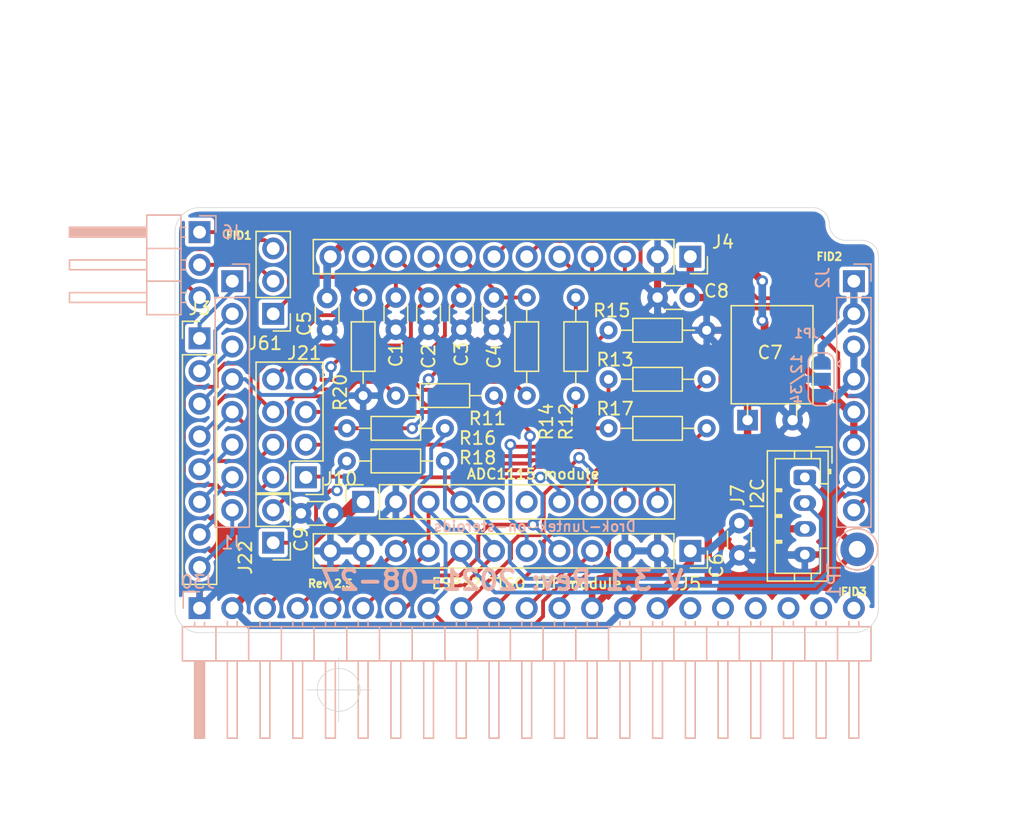
<source format=kicad_pcb>
(kicad_pcb (version 20171130) (host pcbnew "(5.1.10)-1")
  (title_block (title Drok/Juntek-on-steroids) (date 2021-08-24) (rev 2.5))
  (layers (0 F.Cu signal) (31 B.Cu signal) (34 B.Paste user hide) (35 F.Paste user hide) (36 B.SilkS user) (37 F.SilkS user) (38 B.Mask user) (39 F.Mask user) (44 Edge.Cuts user hide))
  (net 0 "")
  (net 1 VCC)
  (net 2 /GPIO27)
  (net 3 /SDA)
  (net 4 /SCL)
  (net 5 /GPIO13)
  (net 6 /ADC0)
  (net 7 /ADC1)
  (net 8 /ADC2)
  (net 9 /ADC3)
  (net 10 /GPIO32)
  (net 11 /GPIO25)
  (net 12 /GPIO26)
  (net 13 /GPIO17)
  (net 14 /A3)
  (net 15 /A2)
  (net 16 /A1)
  (net 17 /A0)
  (net 18 /J1.8)
  (net 19 /J1.3)
  (net 20 /J1.2)
  (net 21 /J1.6)
  (net 22 /+3V3)
  (net 23 /GPIO12)
  (net 24 /J1.1)
  (net 25 /J1.5)
  (net 26 /J1.4)
  (net 27 /J6.2)
  (net 28 /J1.7)
  (net 29 /J6.3)
  (net 30 /FanPWM)
  (net 31 "Net-(J21-Pad7)")
  (net 32 /J6.1)
  (net 33 "Net-(J21-Pad5)")
  (net 34 "Net-(J21-Pad8)")
  (net 35 "Net-(J22-Pad2)")
  (net 36 "Net-(J22-Pad1)")
  (net 37 GND)
  (net 38 /GPIO15)
  (net 39 /GPIO33)
  (net 40 /GNDD)
  (net 41 /GNDA)
  (module Capacitor_THT:CP_Radial_D8.0mm_P3.50mm (layer F.Cu) (at 143.51 76.2)
    (fp_text reference C7 (at 1.75 -5.25) (layer F.SilkS))
    (fp_text value 470µ)
    (pad 2 thru_hole circle (at 3.5 0) (size 1.6 1.6) (drill 0.8) (layers *.Cu *.Mask) (net 37 GND))
    (pad 1 thru_hole rect (at 0 0) (size 1.6 1.6) (drill 0.8) (layers *.Cu *.Mask) (net 1 VCC))
  )
  (module Connector_PinHeader_2.54mm:PinHeader_1x08_P2.54mm_Vertical (layer F.Cu) (at 100.965 69.85)
    (fp_text reference J3 (at 0 -2.33) (layer F.SilkS))
    (fp_text value "Patch / Test points")
    (pad 8 thru_hole oval (at 0 17.78) (size 1.7 1.7) (drill 1) (layers *.Cu *.Mask) (net 18 /J1.8))
    (pad 7 thru_hole oval (at 0 15.24) (size 1.7 1.7) (drill 1) (layers *.Cu *.Mask) (net 28 /J1.7))
    (pad 6 thru_hole oval (at 0 12.7) (size 1.7 1.7) (drill 1) (layers *.Cu *.Mask) (net 21 /J1.6))
    (pad 5 thru_hole oval (at 0 10.16) (size 1.7 1.7) (drill 1) (layers *.Cu *.Mask) (net 25 /J1.5))
    (pad 4 thru_hole oval (at 0 7.62) (size 1.7 1.7) (drill 1) (layers *.Cu *.Mask) (net 26 /J1.4))
    (pad 3 thru_hole oval (at 0 5.08) (size 1.7 1.7) (drill 1) (layers *.Cu *.Mask) (net 19 /J1.3))
    (pad 2 thru_hole oval (at 0 2.54) (size 1.7 1.7) (drill 1) (layers *.Cu *.Mask) (net 20 /J1.2))
    (pad 1 thru_hole rect (at 0 0) (size 1.7 1.7) (drill 1) (layers *.Cu *.Mask) (net 24 /J1.1))
  )
  (module Connector_Pin:Pin_D1.3mm_L11.0mm (layer B.Cu) (at 152.019 86.233)
    (fp_text reference TP1 (at -1.778 2.413 90) (layer B.SilkS) (effects (justify mirror)))
    (fp_text value TestPoint_GND)
    (pad 1 thru_hole circle (at 0 0) (size 2.6 2.6) (drill 1.3) (layers *.Cu *.Mask) (net 37 GND))
  )
  (module Capacitor_THT:C_Disc_D3.0mm_W1.6mm_P2.50mm (layer F.Cu) (at 108.839 83.439)
    (fp_text reference C9 (at 0 2.032 90) (layer F.SilkS))
    (fp_text value 0.1µ)
    (pad 2 thru_hole circle (at 2.5 0) (size 1.6 1.6) (drill 0.8) (layers *.Cu *.Mask) (net 22 /+3V3))
    (pad 1 thru_hole circle (at 0 0) (size 1.6 1.6) (drill 0.8) (layers *.Cu *.Mask) (net 37 GND))
  )
  (module Resistor_THT:R_Axial_DIN0204_L3.6mm_D1.6mm_P7.62mm_Horizontal (layer F.Cu) (at 112.395 76.835)
    (fp_text reference R16 (at 10.16 0.762) (layer F.SilkS))
    (fp_text value 1k/zero)
    (pad 2 thru_hole oval (at 7.62 0) (size 1.4 1.4) (drill 0.7) (layers *.Cu *.Mask) (net 23 /GPIO12))
    (pad 1 thru_hole circle (at 0 0) (size 1.4 1.4) (drill 0.7) (layers *.Cu *.Mask) (net 35 "Net-(J22-Pad2)"))
  )
  (module Fiducial:Fiducial_0.5mm_Mask1mm (layer F.Cu) (at 151.765 63.5)
    (fp_text reference FID2 (at -1.905 0) (layer F.SilkS) (effects (font (size 0.6 0.6))))
    (fp_text value Fiducial)
    (pad "" smd circle (at 0 0) (size 0.5 0.5) (layers F.Cu F.Mask) (clearance 0.25))
  )
  (module Connector_PinHeader_2.54mm:PinHeader_1x03_P2.54mm_Vertical (layer F.Cu) (at 106.68 67.945 180)
    (fp_text reference J61 (at 0.635 -2.286) (layer F.SilkS))
    (fp_text value patch)
    (pad 3 thru_hole oval (at 0 5.08 180) (size 1.7 1.7) (drill 1) (layers *.Cu *.Mask) (net 29 /J6.3))
    (pad 2 thru_hole oval (at 0 2.54 180) (size 1.7 1.7) (drill 1) (layers *.Cu *.Mask) (net 27 /J6.2))
    (pad 1 thru_hole rect (at 0 0 180) (size 1.7 1.7) (drill 1) (layers *.Cu *.Mask) (net 32 /J6.1))
  )
  (module Connector_PinHeader_2.54mm:PinHeader_1x02_P2.54mm_Vertical (layer F.Cu) (at 106.68 85.725 180)
    (fp_text reference J22 (at 2.159 -1.143 90) (layer F.SilkS))
    (fp_text value patch)
    (pad 2 thru_hole oval (at 0 2.54 180) (size 1.7 1.7) (drill 1) (layers *.Cu *.Mask) (net 35 "Net-(J22-Pad2)"))
    (pad 1 thru_hole rect (at 0 0 180) (size 1.7 1.7) (drill 1) (layers *.Cu *.Mask) (net 36 "Net-(J22-Pad1)"))
  )
  (module Connector_PinHeader_2.54mm:PinHeader_2x04_P2.54mm_Vertical (layer F.Cu) (at 109.22 80.645 180)
    (fp_text reference J21 (at 0.127 9.652) (layer F.SilkS))
    (fp_text value patch)
    (pad 8 thru_hole oval (at 2.54 7.62 180) (size 1.7 1.7) (drill 1) (layers *.Cu *.Mask) (net 34 "Net-(J21-Pad8)"))
    (pad 7 thru_hole oval (at 0 7.62 180) (size 1.7 1.7) (drill 1) (layers *.Cu *.Mask) (net 31 "Net-(J21-Pad7)"))
    (pad 6 thru_hole oval (at 2.54 5.08 180) (size 1.7 1.7) (drill 1) (layers *.Cu *.Mask) (net 8 /ADC2))
    (pad 5 thru_hole oval (at 0 5.08 180) (size 1.7 1.7) (drill 1) (layers *.Cu *.Mask) (net 33 "Net-(J21-Pad5)"))
    (pad 4 thru_hole oval (at 2.54 2.54 180) (size 1.7 1.7) (drill 1) (layers *.Cu *.Mask) (net 7 /ADC1))
    (pad 3 thru_hole oval (at 0 2.54 180) (size 1.7 1.7) (drill 1) (layers *.Cu *.Mask) (net 16 /A1))
    (pad 2 thru_hole oval (at 2.54 0 180) (size 1.7 1.7) (drill 1) (layers *.Cu *.Mask) (net 6 /ADC0))
    (pad 1 thru_hole rect (at 0 0 180) (size 1.7 1.7) (drill 1) (layers *.Cu *.Mask) (net 17 /A0))
  )
  (module Connector_JST:JST_PH_B4B-PH-K_1x04_P2.00mm_Vertical (layer F.Cu) (at 147.955 80.645 270)
    (fp_text reference J7 (at 1.397 5.207 90) (layer F.SilkS))
    (fp_text value I2C)
    (pad 4 thru_hole oval (at 6 0 270) (size 1.2 1.75) (drill 0.75) (layers *.Cu *.Mask) (net 37 GND))
    (pad 3 thru_hole oval (at 4 0 270) (size 1.2 1.75) (drill 0.75) (layers *.Cu *.Mask) (net 22 /+3V3))
    (pad 2 thru_hole oval (at 2 0 270) (size 1.2 1.75) (drill 0.75) (layers *.Cu *.Mask) (net 3 /SDA))
    (pad 1 thru_hole roundrect (at 0 0 270) (size 1.2 1.75) (drill 0.75) (layers *.Cu *.Mask) (roundrect_rratio 0.2083325) (net 4 /SCL))
  )
  (module Connector_PinSocket_2.54mm:PinSocket_1x10_P2.54mm_Vertical (layer F.Cu) (at 113.665 82.55 90)
    (fp_text reference J10 (at 1.778 -1.778 180) (layer F.SilkS))
    (fp_text value ADS1115)
    (pad 10 thru_hole oval (at 0 22.86 90) (size 1.7 1.7) (drill 1) (layers *.Cu *.Mask) (net 14 /A3))
    (pad 9 thru_hole oval (at 0 20.32 90) (size 1.7 1.7) (drill 1) (layers *.Cu *.Mask) (net 15 /A2))
    (pad 8 thru_hole oval (at 0 17.78 90) (size 1.7 1.7) (drill 1) (layers *.Cu *.Mask) (net 16 /A1))
    (pad 7 thru_hole oval (at 0 15.24 90) (size 1.7 1.7) (drill 1) (layers *.Cu *.Mask) (net 17 /A0))
    (pad 6 thru_hole oval (at 0 12.7 90) (size 1.7 1.7) (drill 1) (layers *.Cu *.Mask))
    (pad 5 thru_hole oval (at 0 10.16 90) (size 1.7 1.7) (drill 1) (layers *.Cu *.Mask))
    (pad 4 thru_hole oval (at 0 7.62 90) (size 1.7 1.7) (drill 1) (layers *.Cu *.Mask) (net 3 /SDA))
    (pad 3 thru_hole oval (at 0 5.08 90) (size 1.7 1.7) (drill 1) (layers *.Cu *.Mask) (net 4 /SCL))
    (pad 2 thru_hole oval (at 0 2.54 90) (size 1.7 1.7) (drill 1) (layers *.Cu *.Mask) (net 37 GND))
    (pad 1 thru_hole rect (at 0 0 90) (size 1.7 1.7) (drill 1) (layers *.Cu *.Mask) (net 22 /+3V3))
  )
  (module Resistor_THT:R_Axial_DIN0204_L3.6mm_D1.6mm_P7.62mm_Horizontal (layer F.Cu) (at 132.715 73.025)
    (fp_text reference R13 (at 0.508 -1.524) (layer F.SilkS))
    (fp_text value 1k/zero)
    (pad 2 thru_hole oval (at 7.62 0) (size 1.4 1.4) (drill 0.7) (layers *.Cu *.Mask) (net 15 /A2))
    (pad 1 thru_hole circle (at 0 0) (size 1.4 1.4) (drill 0.7) (layers *.Cu *.Mask) (net 33 "Net-(J21-Pad5)"))
  )
  (module Jumper:SolderJumper-3_P1.3mm_Open_RoundedPad1.0x1.5mm (layer B.Cu) (at 149.225 73.025 270)
    (fp_text reference JP1 (at -3.556 1.143 180) (layer B.SilkS) (effects (font (size 0.7 0.7)) (justify mirror)))
    (fp_text value GND/D)
    (pad 2 smd rect (at 0 0 270) (size 1 1.5) (layers B.Cu B.Mask) (net 37 GND))
    (pad 3 smd custom (at 1.3 0 270) (size 1 0.5) (layers B.Cu B.Mask) (net 40 /GNDD) (options (clearance outline) (anchor rect)) (primitives (gr_circle (center 0 -0.25) (end 0.5 -0.25) (width 0)) (gr_circle (center 0 0.25) (end 0.5 0.25) (width 0)) (gr_poly (pts (xy -0.55 0.75) (xy 0 0.75) (xy 0 -0.75) (xy -0.55 -0.75)) (width 0))))
    (pad 1 smd custom (at -1.3 0 270) (size 1 0.5) (layers B.Cu B.Mask) (net 41 /GNDA) (options (clearance outline) (anchor rect)) (primitives (gr_circle (center 0 -0.25) (end 0.5 -0.25) (width 0)) (gr_circle (center 0 0.25) (end 0.5 0.25) (width 0)) (gr_poly (pts (xy 0.55 0.75) (xy 0 0.75) (xy 0 -0.75) (xy 0.55 -0.75)) (width 0))))
  )
  (module Capacitor_THT:C_Disc_D3.0mm_W1.6mm_P2.50mm (layer F.Cu) (at 142.875 86.701 90)
    (fp_text reference C6 (at -0.802 -1.778 90) (layer F.SilkS))
    (fp_text value 0.1µ)
    (pad 2 thru_hole circle (at 2.5 0 90) (size 1.6 1.6) (drill 0.8) (layers *.Cu *.Mask) (net 22 /+3V3))
    (pad 1 thru_hole circle (at 0 0 90) (size 1.6 1.6) (drill 0.8) (layers *.Cu *.Mask) (net 37 GND))
  )
  (module Capacitor_THT:C_Disc_D3.0mm_W1.6mm_P2.50mm (layer F.Cu) (at 110.871 69.215 90)
    (fp_text reference C5 (at 0.508 -1.778 90) (layer F.SilkS))
    (fp_text value 0.1µ)
    (pad 2 thru_hole circle (at 2.5 0 90) (size 1.6 1.6) (drill 0.8) (layers *.Cu *.Mask) (net 22 /+3V3))
    (pad 1 thru_hole circle (at 0 0 90) (size 1.6 1.6) (drill 0.8) (layers *.Cu *.Mask) (net 37 GND))
  )
  (module Connector_PinHeader_2.54mm:PinHeader_1x21_P2.54mm_Horizontal (layer B.Cu) (at 100.965 90.805 270)
    (fp_text reference J30 (at -2.032 0.127 180) (layer B.SilkS) (effects (justify mirror)))
    (fp_text value Expansion1)
    (pad 21 thru_hole oval (at 0 -50.8 270) (size 1.7 1.7) (drill 1) (layers *.Cu *.Mask) (net 37 GND))
    (pad 20 thru_hole oval (at 0 -48.26 270) (size 1.7 1.7) (drill 1) (layers *.Cu *.Mask))
    (pad 19 thru_hole oval (at 0 -45.72 270) (size 1.7 1.7) (drill 1) (layers *.Cu *.Mask))
    (pad 18 thru_hole oval (at 0 -43.18 270) (size 1.7 1.7) (drill 1) (layers *.Cu *.Mask))
    (pad 17 thru_hole oval (at 0 -40.64 270) (size 1.7 1.7) (drill 1) (layers *.Cu *.Mask))
    (pad 16 thru_hole oval (at 0 -38.1 270) (size 1.7 1.7) (drill 1) (layers *.Cu *.Mask))
    (pad 15 thru_hole oval (at 0 -35.56 270) (size 1.7 1.7) (drill 1) (layers *.Cu *.Mask) (net 1 VCC))
    (pad 14 thru_hole oval (at 0 -33.02 270) (size 1.7 1.7) (drill 1) (layers *.Cu *.Mask) (net 22 /+3V3))
    (pad 13 thru_hole oval (at 0 -30.48 270) (size 1.7 1.7) (drill 1) (layers *.Cu *.Mask) (net 37 GND))
    (pad 12 thru_hole oval (at 0 -27.94 270) (size 1.7 1.7) (drill 1) (layers *.Cu *.Mask) (net 39 /GPIO33))
    (pad 11 thru_hole oval (at 0 -25.4 270) (size 1.7 1.7) (drill 1) (layers *.Cu *.Mask) (net 2 /GPIO27))
    (pad 10 thru_hole oval (at 0 -22.86 270) (size 1.7 1.7) (drill 1) (layers *.Cu *.Mask) (net 12 /GPIO26))
    (pad 9 thru_hole oval (at 0 -20.32 270) (size 1.7 1.7) (drill 1) (layers *.Cu *.Mask) (net 11 /GPIO25))
    (pad 8 thru_hole oval (at 0 -17.78 270) (size 1.7 1.7) (drill 1) (layers *.Cu *.Mask) (net 23 /GPIO12))
    (pad 7 thru_hole oval (at 0 -15.24 270) (size 1.7 1.7) (drill 1) (layers *.Cu *.Mask) (net 30 /FanPWM))
    (pad 6 thru_hole oval (at 0 -12.7 270) (size 1.7 1.7) (drill 1) (layers *.Cu *.Mask) (net 5 /GPIO13))
    (pad 5 thru_hole oval (at 0 -10.16 270) (size 1.7 1.7) (drill 1) (layers *.Cu *.Mask) (net 13 /GPIO17))
    (pad 4 thru_hole oval (at 0 -7.62 270) (size 1.7 1.7) (drill 1) (layers *.Cu *.Mask) (net 4 /SCL))
    (pad 3 thru_hole oval (at 0 -5.08 270) (size 1.7 1.7) (drill 1) (layers *.Cu *.Mask) (net 3 /SDA))
    (pad 2 thru_hole oval (at 0 -2.54 270) (size 1.7 1.7) (drill 1) (layers *.Cu *.Mask) (net 22 /+3V3))
    (pad 1 thru_hole rect (at 0 0 270) (size 1.7 1.7) (drill 1) (layers *.Cu *.Mask) (net 37 GND))
  )
  (module Resistor_THT:R_Axial_DIN0204_L3.6mm_D1.6mm_P7.62mm_Horizontal (layer F.Cu) (at 113.665 66.675 270)
    (fp_text reference R20 (at 7.366 1.778 90) (layer F.SilkS))
    (fp_text value 100k/none)
    (pad 2 thru_hole oval (at 7.62 0 270) (size 1.4 1.4) (drill 0.7) (layers *.Cu *.Mask) (net 37 GND))
    (pad 1 thru_hole circle (at 0 0 270) (size 1.4 1.4) (drill 0.7) (layers *.Cu *.Mask) (net 32 /J6.1))
  )
  (module Resistor_THT:R_Axial_DIN0204_L3.6mm_D1.6mm_P7.62mm_Horizontal (layer F.Cu) (at 112.395 79.375)
    (fp_text reference R18 (at 10.16 -0.254) (layer F.SilkS))
    (fp_text value 1k/zero)
    (pad 2 thru_hole oval (at 7.62 0) (size 1.4 1.4) (drill 0.7) (layers *.Cu *.Mask) (net 30 /FanPWM))
    (pad 1 thru_hole circle (at 0 0) (size 1.4 1.4) (drill 0.7) (layers *.Cu *.Mask) (net 36 "Net-(J22-Pad1)"))
  )
  (module Resistor_THT:R_Axial_DIN0204_L3.6mm_D1.6mm_P7.62mm_Horizontal (layer F.Cu) (at 132.715 76.835)
    (fp_text reference R17 (at 0.508 -1.524) (layer F.SilkS))
    (fp_text value 1k/zero)
    (pad 2 thru_hole oval (at 7.62 0) (size 1.4 1.4) (drill 0.7) (layers *.Cu *.Mask) (net 14 /A3))
    (pad 1 thru_hole circle (at 0 0) (size 1.4 1.4) (drill 0.7) (layers *.Cu *.Mask) (net 31 "Net-(J21-Pad7)"))
  )
  (module Resistor_THT:R_Axial_DIN0204_L3.6mm_D1.6mm_P7.62mm_Horizontal (layer F.Cu) (at 132.715 69.215)
    (fp_text reference R15 (at 0.254 -1.524) (layer F.SilkS))
    (fp_text value 2k2/none)
    (pad 2 thru_hole oval (at 7.62 0) (size 1.4 1.4) (drill 0.7) (layers *.Cu *.Mask) (net 37 GND))
    (pad 1 thru_hole circle (at 0 0) (size 1.4 1.4) (drill 0.7) (layers *.Cu *.Mask) (net 35 "Net-(J22-Pad2)"))
  )
  (module Resistor_THT:R_Axial_DIN0204_L3.6mm_D1.6mm_P7.62mm_Horizontal (layer F.Cu) (at 130.175 74.295 90)
    (fp_text reference R12 (at -2.032 -0.762 90) (layer F.SilkS))
    (fp_text value 68k/zero)
    (pad 2 thru_hole oval (at 7.62 0 90) (size 1.4 1.4) (drill 0.7) (layers *.Cu *.Mask) (net 26 /J1.4))
    (pad 1 thru_hole circle (at 0 0 90) (size 1.4 1.4) (drill 0.7) (layers *.Cu *.Mask) (net 38 /GPIO15))
  )
  (module Resistor_THT:R_Axial_DIN0204_L3.6mm_D1.6mm_P7.62mm_Horizontal (layer F.Cu) (at 123.825 74.295 180)
    (fp_text reference R11 (at 0.508 -1.778) (layer F.SilkS))
    (fp_text value 68k/zero)
    (pad 2 thru_hole oval (at 7.62 0 180) (size 1.4 1.4) (drill 0.7) (layers *.Cu *.Mask) (net 25 /J1.5))
    (pad 1 thru_hole circle (at 0 0 180) (size 1.4 1.4) (drill 0.7) (layers *.Cu *.Mask) (net 5 /GPIO13))
  )
  (module Capacitor_THT:C_Disc_D3.0mm_W1.6mm_P2.50mm (layer F.Cu) (at 121.285 66.675 270)
    (fp_text reference C3 (at 4.405 0 90) (layer F.SilkS))
    (fp_text value 0.1µ)
    (pad 2 thru_hole circle (at 2.5 0 270) (size 1.6 1.6) (drill 0.8) (layers *.Cu *.Mask) (net 37 GND))
    (pad 1 thru_hole circle (at 0 0 270) (size 1.6 1.6) (drill 0.8) (layers *.Cu *.Mask) (net 8 /ADC2))
  )
  (module Capacitor_THT:C_Disc_D3.0mm_W1.6mm_P2.50mm (layer F.Cu) (at 118.745 66.675 270)
    (fp_text reference C2 (at 4.572 0 90) (layer F.SilkS))
    (fp_text value 0.1µ)
    (pad 2 thru_hole circle (at 2.5 0 270) (size 1.6 1.6) (drill 0.8) (layers *.Cu *.Mask) (net 37 GND))
    (pad 1 thru_hole circle (at 0 0 270) (size 1.6 1.6) (drill 0.8) (layers *.Cu *.Mask) (net 7 /ADC1))
  )
  (module Capacitor_THT:C_Disc_D3.0mm_W1.6mm_P2.50mm (layer F.Cu) (at 116.205 66.675 270)
    (fp_text reference C1 (at 4.445 0 90) (layer F.SilkS))
    (fp_text value 0.1µ)
    (pad 2 thru_hole circle (at 2.5 0 270) (size 1.6 1.6) (drill 0.8) (layers *.Cu *.Mask) (net 37 GND))
    (pad 1 thru_hole circle (at 0 0 270) (size 1.6 1.6) (drill 0.8) (layers *.Cu *.Mask) (net 6 /ADC0))
  )
  (module Resistor_THT:R_Axial_DIN0204_L3.6mm_D1.6mm_P7.62mm_Horizontal (layer F.Cu) (at 126.365 66.675 270)
    (fp_text reference R14 (at 9.652 -1.524 90) (layer F.SilkS))
    (fp_text value 1k/zero)
    (pad 2 thru_hole oval (at 7.62 0 270) (size 1.4 1.4) (drill 0.7) (layers *.Cu *.Mask) (net 34 "Net-(J21-Pad8)"))
    (pad 1 thru_hole circle (at 0 0 270) (size 1.4 1.4) (drill 0.7) (layers *.Cu *.Mask) (net 9 /ADC3))
  )
  (module Connector_PinHeader_2.54mm:PinHeader_1x03_P2.54mm_Horizontal (layer B.Cu) (at 100.965 61.595 180)
    (fp_text reference J6 (at -2.54 0 180) (layer B.SilkS) (effects (justify mirror)))
    (fp_text value feedback)
    (pad 3 thru_hole oval (at 0 -5.08 180) (size 1.7 1.7) (drill 1) (layers *.Cu *.Mask) (net 29 /J6.3))
    (pad 2 thru_hole oval (at 0 -2.54 180) (size 1.7 1.7) (drill 1) (layers *.Cu *.Mask) (net 27 /J6.2))
    (pad 1 thru_hole rect (at 0 0 180) (size 1.7 1.7) (drill 1) (layers *.Cu *.Mask) (net 32 /J6.1))
  )
  (module Capacitor_THT:C_Disc_D3.0mm_W1.6mm_P2.50mm (layer F.Cu) (at 139.025 66.675 180)
    (fp_text reference C8 (at -2.072 0.508) (layer F.SilkS))
    (fp_text value 0.1µ)
    (pad 2 thru_hole circle (at 2.5 0 180) (size 1.6 1.6) (drill 0.8) (layers *.Cu *.Mask) (net 37 GND))
    (pad 1 thru_hole circle (at 0 0 180) (size 1.6 1.6) (drill 0.8) (layers *.Cu *.Mask) (net 1 VCC))
  )
  (module Capacitor_THT:C_Disc_D3.0mm_W1.6mm_P2.50mm (layer F.Cu) (at 123.825 66.675 270)
    (fp_text reference C4 (at 4.572 0 90) (layer F.SilkS))
    (fp_text value 0.1µ)
    (pad 2 thru_hole circle (at 2.5 0 270) (size 1.6 1.6) (drill 0.8) (layers *.Cu *.Mask) (net 37 GND))
    (pad 1 thru_hole circle (at 0 0 270) (size 1.6 1.6) (drill 0.8) (layers *.Cu *.Mask) (net 9 /ADC3))
  )
  (module Fiducial:Fiducial_0.5mm_Mask1mm (layer F.Cu) (at 151.765 88.265)
    (fp_text reference FID3 (at 0 1.27) (layer F.SilkS) (effects (font (size 0.6 0.6))))
    (fp_text value Fiducial)
    (pad "" smd circle (at 0 0) (size 0.5 0.5) (layers F.Cu F.Mask) (clearance 0.25))
  )
  (module Fiducial:Fiducial_0.5mm_Mask1mm (layer F.Cu) (at 103.505 62.865)
    (fp_text reference FID1 (at 0.508 -1.016) (layer F.SilkS) (effects (font (size 0.6 0.6))))
    (fp_text value Fiducial)
    (pad "" smd circle (at 0 0) (size 0.5 0.5) (layers F.Cu F.Mask) (clearance 0.25))
  )
  (module Connector_PinSocket_2.54mm:PinSocket_1x12_P2.54mm_Vertical (layer F.Cu) (at 139.065 86.36 270)
    (fp_text reference J5 (at 2.54 0 180) (layer F.SilkS))
    (fp_text value ESP32-TFT)
    (pad 12 thru_hole oval (at 0 27.94 270) (size 1.7 1.7) (drill 1) (layers *.Cu *.Mask) (net 37 GND))
    (pad 11 thru_hole oval (at 0 25.4 270) (size 1.7 1.7) (drill 1) (layers *.Cu *.Mask) (net 37 GND))
    (pad 10 thru_hole oval (at 0 22.86 270) (size 1.7 1.7) (drill 1) (layers *.Cu *.Mask) (net 3 /SDA))
    (pad 9 thru_hole oval (at 0 20.32 270) (size 1.7 1.7) (drill 1) (layers *.Cu *.Mask) (net 4 /SCL))
    (pad 8 thru_hole oval (at 0 17.78 270) (size 1.7 1.7) (drill 1) (layers *.Cu *.Mask) (net 13 /GPIO17))
    (pad 7 thru_hole oval (at 0 15.24 270) (size 1.7 1.7) (drill 1) (layers *.Cu *.Mask) (net 30 /FanPWM))
    (pad 6 thru_hole oval (at 0 12.7 270) (size 1.7 1.7) (drill 1) (layers *.Cu *.Mask) (net 38 /GPIO15))
    (pad 5 thru_hole oval (at 0 10.16 270) (size 1.7 1.7) (drill 1) (layers *.Cu *.Mask) (net 5 /GPIO13))
    (pad 4 thru_hole oval (at 0 7.62 270) (size 1.7 1.7) (drill 1) (layers *.Cu *.Mask) (net 23 /GPIO12))
    (pad 3 thru_hole oval (at 0 5.08 270) (size 1.7 1.7) (drill 1) (layers *.Cu *.Mask) (net 37 GND))
    (pad 2 thru_hole oval (at 0 2.54 270) (size 1.7 1.7) (drill 1) (layers *.Cu *.Mask) (net 37 GND))
    (pad 1 thru_hole rect (at 0 0 270) (size 1.7 1.7) (drill 1) (layers *.Cu *.Mask) (net 22 /+3V3))
  )
  (module Connector_PinSocket_2.54mm:PinSocket_1x12_P2.54mm_Vertical (layer F.Cu) (at 139.065 63.5 270)
    (fp_text reference J4 (at -1.143 -2.54 180) (layer F.SilkS))
    (fp_text value ESP32-TFT)
    (pad 12 thru_hole oval (at 0 27.94 270) (size 1.7 1.7) (drill 1) (layers *.Cu *.Mask) (net 22 /+3V3))
    (pad 11 thru_hole oval (at 0 25.4 270) (size 1.7 1.7) (drill 1) (layers *.Cu *.Mask) (net 6 /ADC0))
    (pad 10 thru_hole oval (at 0 22.86 270) (size 1.7 1.7) (drill 1) (layers *.Cu *.Mask) (net 7 /ADC1))
    (pad 9 thru_hole oval (at 0 20.32 270) (size 1.7 1.7) (drill 1) (layers *.Cu *.Mask) (net 8 /ADC2))
    (pad 8 thru_hole oval (at 0 17.78 270) (size 1.7 1.7) (drill 1) (layers *.Cu *.Mask) (net 9 /ADC3))
    (pad 7 thru_hole oval (at 0 15.24 270) (size 1.7 1.7) (drill 1) (layers *.Cu *.Mask) (net 10 /GPIO32))
    (pad 6 thru_hole oval (at 0 12.7 270) (size 1.7 1.7) (drill 1) (layers *.Cu *.Mask) (net 39 /GPIO33))
    (pad 5 thru_hole oval (at 0 10.16 270) (size 1.7 1.7) (drill 1) (layers *.Cu *.Mask) (net 11 /GPIO25))
    (pad 4 thru_hole oval (at 0 7.62 270) (size 1.7 1.7) (drill 1) (layers *.Cu *.Mask) (net 12 /GPIO26))
    (pad 3 thru_hole oval (at 0 5.08 270) (size 1.7 1.7) (drill 1) (layers *.Cu *.Mask) (net 2 /GPIO27))
    (pad 2 thru_hole oval (at 0 2.54 270) (size 1.7 1.7) (drill 1) (layers *.Cu *.Mask) (net 37 GND))
    (pad 1 thru_hole rect (at 0 0 270) (size 1.7 1.7) (drill 1) (layers *.Cu *.Mask) (net 1 VCC))
  )
  (module Connector_PinHeader_2.54mm:PinHeader_1x08_P2.54mm_Vertical (layer B.Cu) (at 151.765 65.405 180)
    (fp_text reference J2 (at 2.413 0.254 90) (layer B.SilkS) (effects (justify mirror)))
    (fp_text value "To PSU host board")
    (pad 8 thru_hole oval (at 0 -17.78 180) (size 1.7 1.7) (drill 1) (layers *.Cu *.Mask) (net 10 /GPIO32))
    (pad 7 thru_hole oval (at 0 -15.24 180) (size 1.7 1.7) (drill 1) (layers *.Cu *.Mask) (net 13 /GPIO17))
    (pad 6 thru_hole oval (at 0 -12.7 180) (size 1.7 1.7) (drill 1) (layers *.Cu *.Mask) (net 1 VCC))
    (pad 5 thru_hole oval (at 0 -10.16 180) (size 1.7 1.7) (drill 1) (layers *.Cu *.Mask) (net 1 VCC))
    (pad 4 thru_hole oval (at 0 -7.62 180) (size 1.7 1.7) (drill 1) (layers *.Cu *.Mask) (net 40 /GNDD))
    (pad 3 thru_hole oval (at 0 -5.08 180) (size 1.7 1.7) (drill 1) (layers *.Cu *.Mask) (net 40 /GNDD))
    (pad 2 thru_hole oval (at 0 -2.54 180) (size 1.7 1.7) (drill 1) (layers *.Cu *.Mask) (net 41 /GNDA))
    (pad 1 thru_hole rect (at 0 0 180) (size 1.7 1.7) (drill 1) (layers *.Cu *.Mask) (net 41 /GNDA))
  )
  (module Connector_PinHeader_2.54mm:PinHeader_1x08_P2.54mm_Vertical (layer B.Cu) (at 103.505 65.405 180)
    (fp_text reference J1 (at 0 -20.32) (layer B.SilkS) (effects (justify mirror)))
    (fp_text value "To PSU host board")
    (pad 8 thru_hole oval (at 0 -17.78 180) (size 1.7 1.7) (drill 1) (layers *.Cu *.Mask) (net 18 /J1.8))
    (pad 7 thru_hole oval (at 0 -15.24 180) (size 1.7 1.7) (drill 1) (layers *.Cu *.Mask) (net 28 /J1.7))
    (pad 6 thru_hole oval (at 0 -12.7 180) (size 1.7 1.7) (drill 1) (layers *.Cu *.Mask) (net 21 /J1.6))
    (pad 5 thru_hole oval (at 0 -10.16 180) (size 1.7 1.7) (drill 1) (layers *.Cu *.Mask) (net 25 /J1.5))
    (pad 4 thru_hole oval (at 0 -7.62 180) (size 1.7 1.7) (drill 1) (layers *.Cu *.Mask) (net 26 /J1.4))
    (pad 3 thru_hole oval (at 0 -5.08 180) (size 1.7 1.7) (drill 1) (layers *.Cu *.Mask) (net 19 /J1.3))
    (pad 2 thru_hole oval (at 0 -2.54 180) (size 1.7 1.7) (drill 1) (layers *.Cu *.Mask) (net 20 /J1.2))
    (pad 1 thru_hole rect (at 0 0 180) (size 1.7 1.7) (drill 1) (layers *.Cu *.Mask) (net 24 /J1.1))
  )
  (gr_text "V 3.1 Rev: 2021-08-27" (at 124.46 88.646) (layer B.SilkS) (effects (font (size 1.5 1.5) (thickness 0.3)) (justify mirror)))
  (target plus (at 111.76 97.155) (size 5) (width 0.05) (layer Edge.Cuts))
  (gr_text I2C (at 144.272 81.915 90) (layer F.SilkS) (effects (font (size 1 1))))
  (gr_text 12/34 (at 147.32 73.025 90) (layer B.SilkS) (effects (font (size 0.8 0.8)) (justify mirror)))
  (gr_line (start 151.13 62.23) (end 152.4 62.23) (layer Edge.Cuts) (width 0.05))
  (gr_text "ADC1115 module" (at 126.873 80.391) (layer F.SilkS) (effects (font (size 0.8 0.8))))
  (gr_arc (start 151.13 60.96) (end 149.86 60.96) (angle -90) (layer Edge.Cuts) (width 0.05))
  (gr_arc (start 152.4 63.5) (end 153.67 63.5) (angle -90) (layer Edge.Cuts) (width 0.05))
  (gr_arc (start 148.59 60.96) (end 149.86 60.96) (angle -90) (layer Edge.Cuts) (width 0.05))
  (gr_text "ESP32 TTGO TFT module" (at 126.365 88.9) (layer F.SilkS) (effects (font (size 0.8 0.8))))
  (gr_text Drok-Juntek-on-steroids (at 127 84.455) (layer B.SilkS) (effects (font (size 0.8 0.8)) (justify mirror)))
  (gr_text "Rev 2.5" (at 111.125 88.9) (layer F.SilkS) (effects (font (size 0.6 0.6))))
  (gr_arc (start 100.965 61.595) (end 100.965 59.69) (angle -90) (layer Edge.Cuts) (width 0.05))
  (gr_arc (start 100.965 90.805) (end 99.06 90.805) (angle -90) (layer Edge.Cuts) (width 0.05))
  (gr_arc (start 151.765 90.805) (end 151.765 92.71) (angle -90) (layer Edge.Cuts) (width 0.05))
  (gr_line (start 153.67 90.805) (end 153.67 63.5) (layer Edge.Cuts) (width 0.05))
  (gr_line (start 100.965 92.71) (end 151.765 92.71) (layer Edge.Cuts) (width 0.05))
  (gr_line (start 99.06 61.595) (end 99.06 90.805) (layer Edge.Cuts) (width 0.05))
  (gr_line (start 148.59 59.69) (end 100.965 59.69) (layer Edge.Cuts) (width 0.05))
  (segment (start 151.765 75.565) (end 151.765 78.105) (width 0.57) (layer F.Cu) (net 1))
  (segment (start 139.065 66.635) (end 139.025 66.675) (width 0.57) (layer F.Cu) (net 1))
  (segment (start 139.065 63.5) (end 139.065 66.635) (width 0.57) (layer F.Cu) (net 1))
  (segment (start 139.025 66.675) (end 141.605 66.675) (width 0.57) (layer F.Cu) (net 1))
  (segment (start 141.605 66.675) (end 142.875 67.945) (width 0.57) (layer F.Cu) (net 1))
  (segment (start 151.400402 75.565) (end 145.862006 70.026604) (width 0.57) (layer F.Cu) (net 1))
  (segment (start 145.862006 70.026604) (end 145.862006 67.932103) (width 0.57) (layer F.Cu) (net 1))
  (segment (start 151.765 75.565) (end 151.400402 75.565) (width 0.57) (layer F.Cu) (net 1))
  (segment (start 145.317915 67.388012) (end 143.431988 67.388012) (width 0.57) (layer F.Cu) (net 1))
  (segment (start 143.431988 67.388012) (end 142.875 67.945) (width 0.57) (layer F.Cu) (net 1))
  (segment (start 145.862006 67.932103) (end 145.317915 67.388012) (width 0.57) (layer F.Cu) (net 1))
  (segment (start 143.51 68.58) (end 143.51 76.2) (width 0.57) (layer F.Cu) (net 1))
  (segment (start 142.875 67.945) (end 143.51 68.58) (width 0.57) (layer F.Cu) (net 1))
  (segment (start 140.462 83.058) (end 143.51 80.01) (width 0.57) (layer F.Cu) (net 1))
  (segment (start 140.462 88.9) (end 140.462 83.058) (width 0.57) (layer F.Cu) (net 1))
  (segment (start 138.938 88.9) (end 140.462 88.9) (width 0.57) (layer F.Cu) (net 1))
  (segment (start 143.51 80.01) (end 143.51 76.2) (width 0.57) (layer F.Cu) (net 1))
  (segment (start 137.033 90.805) (end 138.938 88.9) (width 0.57) (layer F.Cu) (net 1))
  (segment (start 136.525 90.805) (end 137.033 90.805) (width 0.57) (layer F.Cu) (net 1))
  (segment (start 130.125001 87.044999) (end 130.125001 84.455) (width 0.3) (layer F.Cu) (net 2))
  (segment (start 133.985 67.183) (end 133.985 63.5) (width 0.3) (layer F.Cu) (net 2))
  (segment (start 131.572 84.455) (end 132.764999 83.262001) (width 0.3) (layer F.Cu) (net 2))
  (segment (start 132.764999 80.574821) (end 135.77501 77.56481) (width 0.3) (layer F.Cu) (net 2))
  (segment (start 126.365 90.805) (end 130.125001 87.044999) (width 0.3) (layer F.Cu) (net 2))
  (segment (start 135.77501 77.56481) (end 135.77501 68.97301) (width 0.3) (layer F.Cu) (net 2))
  (segment (start 130.125001 84.455) (end 131.572 84.455) (width 0.3) (layer F.Cu) (net 2))
  (segment (start 135.77501 68.97301) (end 133.985 67.183) (width 0.3) (layer F.Cu) (net 2))
  (segment (start 132.764999 83.262001) (end 132.764999 80.574821) (width 0.3) (layer F.Cu) (net 2))
  (segment (start 114.984999 87.580001) (end 116.205 86.36) (width 0.3) (layer F.Cu) (net 3))
  (segment (start 109.269999 87.580001) (end 114.984999 87.580001) (width 0.3) (layer F.Cu) (net 3))
  (segment (start 106.045 90.805) (end 109.269999 87.580001) (width 0.3) (layer F.Cu) (net 3))
  (segment (start 120.064999 81.329999) (end 121.285 82.55) (width 0.3) (layer F.Cu) (net 3))
  (segment (start 118.159399 81.329999) (end 120.064999 81.329999) (width 0.3) (layer F.Cu) (net 3))
  (segment (start 117.425001 82.064397) (end 118.159399 81.329999) (width 0.3) (layer F.Cu) (net 3))
  (segment (start 117.425001 85.139999) (end 117.425001 82.064397) (width 0.3) (layer F.Cu) (net 3))
  (segment (start 116.205 86.36) (end 117.425001 85.139999) (width 0.3) (layer F.Cu) (net 3))
  (segment (start 121.285 82.55) (end 121.820602 82.55) (width 0.3) (layer B.Cu) (net 3))
  (segment (start 148.516188 88.519) (end 149.20001 87.835178) (width 0.3) (layer B.Cu) (net 3))
  (segment (start 126.338406 88.519) (end 148.516188 88.519) (width 0.3) (layer B.Cu) (net 3))
  (segment (start 149.20001 87.835178) (end 149.20001 83.89001) (width 0.3) (layer B.Cu) (net 3))
  (segment (start 125.045001 87.225595) (end 126.338406 88.519) (width 0.3) (layer B.Cu) (net 3))
  (segment (start 125.045001 85.774399) (end 125.045001 87.225595) (width 0.3) (layer B.Cu) (net 3))
  (segment (start 121.820602 82.55) (end 125.045001 85.774399) (width 0.3) (layer B.Cu) (net 3))
  (segment (start 149.20001 83.89001) (end 147.955 82.645) (width 0.3) (layer B.Cu) (net 3))
  (segment (start 115.470209 88.544979) (end 116.028209 87.986979) (width 0.3) (layer F.Cu) (net 4))
  (segment (start 117.118021 87.986979) (end 118.745 86.36) (width 0.3) (layer F.Cu) (net 4))
  (segment (start 108.585 90.805) (end 110.845021 88.544979) (width 0.3) (layer F.Cu) (net 4))
  (segment (start 116.028209 87.986979) (end 117.118021 87.986979) (width 0.3) (layer F.Cu) (net 4))
  (segment (start 110.845021 88.544979) (end 115.470209 88.544979) (width 0.3) (layer F.Cu) (net 4))
  (segment (start 118.745 86.36) (end 118.745 82.55) (width 0.3) (layer F.Cu) (net 4))
  (segment (start 149.720989 88.049605) (end 149.720989 82.410989) (width 0.3) (layer B.Cu) (net 4))
  (segment (start 149.720989 82.410989) (end 147.955 80.645) (width 0.3) (layer B.Cu) (net 4))
  (segment (start 118.745 82.55) (end 118.745 83.185) (width 0.3) (layer B.Cu) (net 4))
  (segment (start 120.269 84.709) (end 121.439602 84.709) (width 0.3) (layer B.Cu) (net 4))
  (segment (start 121.439602 84.709) (end 122.505001 85.774399) (width 0.3) (layer B.Cu) (net 4))
  (segment (start 122.505001 85.774399) (end 122.505001 86.945001) (width 0.3) (layer B.Cu) (net 4))
  (segment (start 118.745 83.185) (end 120.269 84.709) (width 0.3) (layer B.Cu) (net 4))
  (segment (start 124.624988 89.064988) (end 148.705606 89.064988) (width 0.3) (layer B.Cu) (net 4))
  (segment (start 148.705606 89.064988) (end 149.720989 88.049605) (width 0.3) (layer B.Cu) (net 4))
  (segment (start 122.505001 86.945001) (end 124.624988 89.064988) (width 0.3) (layer B.Cu) (net 4))
  (segment (start 128.905 86.36) (end 128.905 86.487) (width 0.3) (layer F.Cu) (net 5))
  (segment (start 122.604999 86.845603) (end 122.604999 85.167001) (width 0.3) (layer F.Cu) (net 5))
  (segment (start 118.743992 88.265) (end 121.185602 88.265) (width 0.3) (layer F.Cu) (net 5))
  (segment (start 123.452021 84.319979) (end 126.851481 84.319979) (width 0.3) (layer F.Cu) (net 5))
  (segment (start 128.905 86.36) (end 126.864979 84.319979) (width 0.3) (layer B.Cu) (net 5))
  (segment (start 114.885001 89.584999) (end 117.423993 89.584999) (width 0.3) (layer F.Cu) (net 5))
  (segment (start 117.423993 89.584999) (end 118.743992 88.265) (width 0.3) (layer F.Cu) (net 5))
  (segment (start 113.665 90.805) (end 114.885001 89.584999) (width 0.3) (layer F.Cu) (net 5))
  (segment (start 126.864979 84.319979) (end 126.851481 84.319979) (width 0.3) (layer B.Cu) (net 5))
  (via (at 126.851481 84.319979) (size 0.9) (drill 0.5) (layers F.Cu B.Cu) (net 5))
  (segment (start 121.185602 88.265) (end 122.604999 86.845603) (width 0.3) (layer F.Cu) (net 5))
  (segment (start 122.604999 85.167001) (end 123.452021 84.319979) (width 0.3) (layer F.Cu) (net 5))
  (via (at 126.619 77.444955) (size 0.9) (drill 0.5) (layers F.Cu B.Cu) (net 5))
  (segment (start 123.825 74.295) (end 126.619 77.089) (width 0.3) (layer F.Cu) (net 5))
  (segment (start 126.851481 84.319979) (end 127.585001 83.586459) (width 0.3) (layer B.Cu) (net 5))
  (segment (start 127.585001 82.018318) (end 126.605283 81.0386) (width 0.3) (layer B.Cu) (net 5))
  (segment (start 126.619 77.089) (end 126.619 77.444955) (width 0.3) (layer F.Cu) (net 5))
  (segment (start 126.605283 81.0386) (end 126.605283 77.458672) (width 0.3) (layer B.Cu) (net 5))
  (segment (start 126.605283 77.458672) (end 126.619 77.444955) (width 0.3) (layer B.Cu) (net 5))
  (segment (start 127.585001 83.586459) (end 127.585001 82.018318) (width 0.3) (layer B.Cu) (net 5))
  (segment (start 116.205 66.675) (end 116.205 64.77) (width 0.3) (layer F.Cu) (net 6))
  (segment (start 114.935 64.77) (end 113.665 63.5) (width 0.3) (layer F.Cu) (net 6))
  (segment (start 114.935 64.77) (end 116.205 64.77) (width 0.3) (layer F.Cu) (net 6))
  (segment (start 116.205 66.675) (end 114.835001 68.044999) (width 0.3) (layer F.Cu) (net 6))
  (segment (start 114.835001 68.044999) (end 110.263001 68.044999) (width 0.3) (layer F.Cu) (net 6))
  (segment (start 110.263001 68.044999) (end 108.077 70.231) (width 0.3) (layer F.Cu) (net 6))
  (segment (start 105.459999 81.865001) (end 106.68 80.645) (width 0.3) (layer F.Cu) (net 6))
  (segment (start 100.379999 81.230601) (end 102.284999 81.230601) (width 0.3) (layer F.Cu) (net 6))
  (segment (start 102.919399 81.865001) (end 105.459999 81.865001) (width 0.3) (layer F.Cu) (net 6))
  (segment (start 99.744999 80.595601) (end 100.379999 81.230601) (width 0.3) (layer F.Cu) (net 6))
  (segment (start 99.744999 74.344399) (end 99.744999 80.595601) (width 0.3) (layer F.Cu) (net 6))
  (segment (start 100.478797 73.610601) (end 99.744999 74.344399) (width 0.3) (layer F.Cu) (net 6))
  (segment (start 102.284999 72.439399) (end 102.284999 73.610601) (width 0.3) (layer F.Cu) (net 6))
  (segment (start 102.919399 71.804999) (end 102.284999 72.439399) (width 0.3) (layer F.Cu) (net 6))
  (segment (start 102.284999 81.230601) (end 102.919399 81.865001) (width 0.3) (layer F.Cu) (net 6))
  (segment (start 102.284999 73.610601) (end 100.478797 73.610601) (width 0.3) (layer F.Cu) (net 6))
  (segment (start 104.090601 71.804999) (end 102.919399 71.804999) (width 0.3) (layer F.Cu) (net 6))
  (segment (start 105.6646 70.231) (end 104.090601 71.804999) (width 0.3) (layer F.Cu) (net 6))
  (segment (start 108.077 70.231) (end 105.6646 70.231) (width 0.3) (layer F.Cu) (net 6))
  (segment (start 117.475 64.77) (end 116.205 63.5) (width 0.3) (layer F.Cu) (net 7))
  (segment (start 117.475 65.405) (end 118.745 66.675) (width 0.3) (layer F.Cu) (net 7))
  (segment (start 117.475 64.77) (end 117.475 65.405) (width 0.3) (layer F.Cu) (net 7))
  (segment (start 102.969398 74.295) (end 102.185001 75.079397) (width 0.3) (layer F.Cu) (net 7))
  (segment (start 102.185001 75.079397) (end 102.185001 79.325001) (width 0.3) (layer F.Cu) (net 7))
  (segment (start 102.235 79.375) (end 105.41 79.375) (width 0.3) (layer F.Cu) (net 7))
  (segment (start 105.41 79.375) (end 106.68 78.105) (width 0.3) (layer F.Cu) (net 7))
  (segment (start 118.745 66.675) (end 117.375001 68.044999) (width 0.3) (layer F.Cu) (net 7))
  (segment (start 104.939988 74.130012) (end 104.775 74.295) (width 0.3) (layer F.Cu) (net 7))
  (segment (start 106.399015 70.764977) (end 104.939989 72.224003) (width 0.3) (layer F.Cu) (net 7))
  (segment (start 117.375001 68.044999) (end 117.375001 69.736601) (width 0.3) (layer F.Cu) (net 7))
  (segment (start 104.775 74.295) (end 102.969398 74.295) (width 0.3) (layer F.Cu) (net 7))
  (segment (start 117.375001 69.736601) (end 116.708511 70.403091) (width 0.3) (layer F.Cu) (net 7))
  (segment (start 110.398511 70.403091) (end 110.036625 70.764977) (width 0.3) (layer F.Cu) (net 7))
  (segment (start 102.185001 79.325001) (end 102.235 79.375) (width 0.3) (layer F.Cu) (net 7))
  (segment (start 104.939989 72.224003) (end 104.939988 74.130012) (width 0.3) (layer F.Cu) (net 7))
  (segment (start 116.708511 70.403091) (end 110.398511 70.403091) (width 0.3) (layer F.Cu) (net 7))
  (segment (start 110.036625 70.764977) (end 106.399015 70.764977) (width 0.3) (layer F.Cu) (net 7))
  (segment (start 121.285 66.04) (end 121.285 66.675) (width 0.3) (layer F.Cu) (net 8))
  (segment (start 118.745 63.5) (end 121.285 66.04) (width 0.3) (layer F.Cu) (net 8))
  (segment (start 118.7285 70.923102) (end 120.015 69.636602) (width 0.3) (layer F.Cu) (net 8))
  (segment (start 106.68 75.565) (end 105.46 74.345) (width 0.3) (layer F.Cu) (net 8))
  (segment (start 110.723796 71.284988) (end 111.085682 70.923102) (width 0.3) (layer F.Cu) (net 8))
  (segment (start 120.015 67.945) (end 121.285 66.675) (width 0.3) (layer F.Cu) (net 8))
  (segment (start 105.46 74.345) (end 105.46 72.50497) (width 0.3) (layer F.Cu) (net 8))
  (segment (start 111.085682 70.923102) (end 118.7285 70.923102) (width 0.3) (layer F.Cu) (net 8))
  (segment (start 120.015 69.636602) (end 120.015 67.945) (width 0.3) (layer F.Cu) (net 8))
  (segment (start 105.46 72.50497) (end 106.679982 71.284988) (width 0.3) (layer F.Cu) (net 8))
  (segment (start 106.679982 71.284988) (end 110.723796 71.284988) (width 0.3) (layer F.Cu) (net 8))
  (segment (start 126.365 66.675) (end 123.825 66.675) (width 0.3) (layer F.Cu) (net 9))
  (segment (start 123.825 66.04) (end 123.825 66.675) (width 0.3) (layer F.Cu) (net 9))
  (segment (start 121.285 63.5) (end 123.825 66.04) (width 0.3) (layer F.Cu) (net 9))
  (segment (start 153.035 81.915) (end 151.765 83.185) (width 0.3) (layer F.Cu) (net 10))
  (segment (start 152.322999 74.344999) (end 153.035 75.057) (width 0.3) (layer F.Cu) (net 10))
  (segment (start 150.544999 70.986601) (end 150.544999 73.582999) (width 0.3) (layer F.Cu) (net 10))
  (segment (start 153.035 75.057) (end 153.035 81.915) (width 0.3) (layer F.Cu) (net 10))
  (segment (start 142.113 64.586602) (end 144.259399 66.733001) (width 0.3) (layer F.Cu) (net 10))
  (segment (start 142.113 64.078602) (end 142.113 64.586602) (width 0.3) (layer F.Cu) (net 10))
  (segment (start 150.544999 73.582999) (end 151.306999 74.344999) (width 0.3) (layer F.Cu) (net 10))
  (segment (start 123.825 63.5) (end 125.567989 61.757011) (width 0.3) (layer F.Cu) (net 10))
  (segment (start 144.259399 66.733001) (end 146.291399 66.733001) (width 0.3) (layer F.Cu) (net 10))
  (segment (start 139.791409 61.757011) (end 142.113 64.078602) (width 0.3) (layer F.Cu) (net 10))
  (segment (start 146.291399 66.733001) (end 150.544999 70.986601) (width 0.3) (layer F.Cu) (net 10))
  (segment (start 151.306999 74.344999) (end 152.322999 74.344999) (width 0.3) (layer F.Cu) (net 10))
  (segment (start 125.567989 61.757011) (end 139.791409 61.757011) (width 0.3) (layer F.Cu) (net 10))
  (segment (start 130.644004 80.809988) (end 131.05902 80.809988) (width 0.3) (layer F.Cu) (net 11))
  (segment (start 130.123993 81.329999) (end 130.644004 80.809988) (width 0.3) (layer F.Cu) (net 11))
  (segment (start 121.285 90.805) (end 125.144999 86.945001) (width 0.3) (layer F.Cu) (net 11))
  (segment (start 134.305012 68.973824) (end 132.944978 67.61379) (width 0.3) (layer F.Cu) (net 11))
  (segment (start 127.684999 81.964399) (end 128.319399 81.329999) (width 0.3) (layer F.Cu) (net 11))
  (segment (start 132.944978 67.61379) (end 132.944978 67.539978) (width 0.3) (layer F.Cu) (net 11))
  (segment (start 132.944978 67.539978) (end 128.905 63.5) (width 0.3) (layer F.Cu) (net 11))
  (segment (start 125.144999 85.774399) (end 125.779399 85.139999) (width 0.3) (layer F.Cu) (net 11))
  (segment (start 128.319399 81.329999) (end 130.123993 81.329999) (width 0.3) (layer F.Cu) (net 11))
  (segment (start 125.779399 85.139999) (end 127.401606 85.139999) (width 0.3) (layer F.Cu) (net 11))
  (segment (start 134.305012 77.563996) (end 134.305012 68.973824) (width 0.3) (layer F.Cu) (net 11))
  (segment (start 127.684999 84.856606) (end 127.684999 81.964399) (width 0.3) (layer F.Cu) (net 11))
  (segment (start 127.401606 85.139999) (end 127.684999 84.856606) (width 0.3) (layer F.Cu) (net 11))
  (segment (start 131.05902 80.809988) (end 134.305012 77.563996) (width 0.3) (layer F.Cu) (net 11))
  (segment (start 125.144999 86.945001) (end 125.144999 85.774399) (width 0.3) (layer F.Cu) (net 11))
  (segment (start 127.684999 85.621811) (end 130.224999 83.081811) (width 0.3) (layer F.Cu) (net 12))
  (segment (start 133.464989 67.398395) (end 133.464989 67.144395) (width 0.3) (layer F.Cu) (net 12))
  (segment (start 133.464989 67.144395) (end 131.445 65.124406) (width 0.3) (layer F.Cu) (net 12))
  (segment (start 134.825023 77.779391) (end 134.825022 68.758428) (width 0.3) (layer F.Cu) (net 12))
  (segment (start 127.684999 86.945601) (end 127.684999 85.621811) (width 0.3) (layer F.Cu) (net 12))
  (segment (start 131.445 65.124406) (end 131.445 63.5) (width 0.3) (layer F.Cu) (net 12))
  (segment (start 130.859399 81.329999) (end 131.274415 81.329999) (width 0.3) (layer F.Cu) (net 12))
  (segment (start 130.224999 83.081811) (end 130.224999 81.964399) (width 0.3) (layer F.Cu) (net 12))
  (segment (start 130.224999 81.964399) (end 130.859399 81.329999) (width 0.3) (layer F.Cu) (net 12))
  (segment (start 131.274415 81.329999) (end 134.825023 77.779391) (width 0.3) (layer F.Cu) (net 12))
  (segment (start 123.825 90.805) (end 123.8256 90.805) (width 0.3) (layer F.Cu) (net 12))
  (segment (start 134.825022 68.758428) (end 133.464989 67.398395) (width 0.3) (layer F.Cu) (net 12))
  (segment (start 123.8256 90.805) (end 127.684999 86.945601) (width 0.3) (layer F.Cu) (net 12))
  (segment (start 117.208598 89.064988) (end 118.528597 87.744989) (width 0.3) (layer F.Cu) (net 13))
  (segment (start 112.865011 89.064989) (end 117.208598 89.064988) (width 0.3) (layer F.Cu) (net 13))
  (segment (start 111.125 90.805) (end 112.865011 89.064989) (width 0.3) (layer F.Cu) (net 13))
  (segment (start 119.900011 87.744989) (end 121.285 86.36) (width 0.3) (layer F.Cu) (net 13))
  (segment (start 118.528597 87.744989) (end 119.900011 87.744989) (width 0.3) (layer F.Cu) (net 13))
  (segment (start 121.285 86.968406) (end 121.285 86.36) (width 0.3) (layer B.Cu) (net 13))
  (segment (start 123.901593 89.584999) (end 121.285 86.968406) (width 0.3) (layer B.Cu) (net 13))
  (segment (start 148.921001 89.584999) (end 123.901593 89.584999) (width 0.3) (layer B.Cu) (net 13))
  (segment (start 151.765 80.645) (end 150.241 82.169) (width 0.3) (layer B.Cu) (net 13))
  (segment (start 150.241 82.169) (end 150.241 88.265) (width 0.3) (layer B.Cu) (net 13))
  (segment (start 150.241 88.265) (end 148.921001 89.584999) (width 0.3) (layer B.Cu) (net 13))
  (segment (start 136.525 80.645) (end 140.335 76.835) (width 0.3) (layer F.Cu) (net 14))
  (segment (start 136.525 82.55) (end 136.525 80.645) (width 0.3) (layer F.Cu) (net 14))
  (segment (start 137.795 76.280226) (end 137.795 75.565) (width 0.3) (layer F.Cu) (net 15))
  (segment (start 133.985 80.090226) (end 137.795 76.280226) (width 0.3) (layer F.Cu) (net 15))
  (segment (start 133.985 82.55) (end 133.985 80.090226) (width 0.3) (layer F.Cu) (net 15))
  (segment (start 137.795 75.565) (end 140.335 73.025) (width 0.3) (layer F.Cu) (net 15))
  (segment (start 131.445 82.55) (end 131.445 80.137) (width 0.3) (layer B.Cu) (net 16))
  (segment (start 129.725013 79.824987) (end 130.429 79.121) (width 0.3) (layer F.Cu) (net 16))
  (segment (start 109.22 78.105) (end 120.378572 78.105) (width 0.3) (layer F.Cu) (net 16))
  (segment (start 126.764659 80.09202) (end 127.031692 79.824987) (width 0.3) (layer F.Cu) (net 16))
  (segment (start 127.031692 79.824987) (end 129.725013 79.824987) (width 0.3) (layer F.Cu) (net 16))
  (segment (start 120.378572 78.105) (end 122.365592 80.09202) (width 0.3) (layer F.Cu) (net 16))
  (segment (start 122.365592 80.09202) (end 126.764659 80.09202) (width 0.3) (layer F.Cu) (net 16))
  (segment (start 131.445 80.137) (end 130.429 79.121) (width 0.3) (layer B.Cu) (net 16))
  (via (at 130.429 79.121) (size 0.9) (drill 0.5) (layers F.Cu B.Cu) (net 16))
  (segment (start 128.905 81.690176) (end 127.859821 80.644997) (width 0.3) (layer B.Cu) (net 17))
  (segment (start 128.905 82.55) (end 128.905 81.690176) (width 0.3) (layer B.Cu) (net 17))
  (segment (start 127.859821 80.644997) (end 127.425284 80.644997) (width 0.3) (layer B.Cu) (net 17))
  (via (at 127.425284 80.644997) (size 0.9) (drill 0.5) (layers F.Cu B.Cu) (net 17))
  (segment (start 109.278001 80.586999) (end 112.280601 80.586999) (width 0.3) (layer F.Cu) (net 17))
  (segment (start 112.280601 80.586999) (end 112.338602 80.645) (width 0.3) (layer F.Cu) (net 17))
  (segment (start 127.425281 80.645) (end 127.425284 80.644997) (width 0.3) (layer F.Cu) (net 17))
  (segment (start 112.338602 80.645) (end 127.425281 80.645) (width 0.3) (layer F.Cu) (net 17))
  (segment (start 109.22 80.645) (end 109.278001 80.586999) (width 0.3) (layer F.Cu) (net 17))
  (segment (start 103.505 83.947) (end 103.505 83.185) (width 0.3) (layer B.Cu) (net 18))
  (segment (start 103.505 85.09) (end 103.505 83.185) (width 0.3) (layer B.Cu) (net 18))
  (segment (start 100.965 87.63) (end 103.505 85.09) (width 0.3) (layer B.Cu) (net 18))
  (segment (start 103.505 70.585404) (end 103.505 70.485) (width 0.3) (layer B.Cu) (net 19))
  (segment (start 102.185001 71.905403) (end 103.505 70.585404) (width 0.3) (layer B.Cu) (net 19))
  (segment (start 102.185001 73.709999) (end 102.185001 71.905403) (width 0.3) (layer B.Cu) (net 19))
  (segment (start 100.965 74.93) (end 102.185001 73.709999) (width 0.3) (layer B.Cu) (net 19))
  (segment (start 102.185001 69.264999) (end 103.505 67.945) (width 0.3) (layer B.Cu) (net 20))
  (segment (start 102.185001 71.169999) (end 102.185001 69.264999) (width 0.3) (layer B.Cu) (net 20))
  (segment (start 100.965 72.39) (end 102.185001 71.169999) (width 0.3) (layer B.Cu) (net 20))
  (segment (start 102.87 78.105) (end 103.505 78.105) (width 0.3) (layer B.Cu) (net 21))
  (segment (start 132.639999 92.150001) (end 133.985 90.805) (width 0.55) (layer B.Cu) (net 22))
  (segment (start 104.850001 92.150001) (end 132.639999 92.150001) (width 0.55) (layer B.Cu) (net 22))
  (segment (start 103.505 90.805) (end 104.850001 92.150001) (width 0.55) (layer B.Cu) (net 22))
  (segment (start 140.462 86.36) (end 142.875 84.201) (width 0.57) (layer B.Cu) (net 22))
  (segment (start 139.065 86.36) (end 140.462 86.36) (width 0.57) (layer B.Cu) (net 22))
  (segment (start 139.065 87.249) (end 139.065 86.36) (width 0.57) (layer F.Cu) (net 22))
  (segment (start 137.033 89.281) (end 139.065 87.249) (width 0.57) (layer F.Cu) (net 22))
  (segment (start 135.509 89.281) (end 137.033 89.281) (width 0.57) (layer F.Cu) (net 22))
  (segment (start 133.985 90.805) (end 135.509 89.281) (width 0.57) (layer F.Cu) (net 22))
  (segment (start 110.871 63.754) (end 110.871 66.715) (width 0.6) (layer B.Cu) (net 22))
  (segment (start 111.125 63.5) (end 110.871 63.754) (width 0.6) (layer B.Cu) (net 22))
  (segment (start 145.605 84.645) (end 147.955 84.645) (width 0.57) (layer F.Cu) (net 22))
  (segment (start 142.875 84.201) (end 145.161 84.201) (width 0.57) (layer F.Cu) (net 22))
  (via (at 144.653 68.453) (size 0.9) (drill 0.5) (layers F.Cu B.Cu) (net 22))
  (segment (start 144.830001 83.870001) (end 145.288 84.328) (width 0.6) (layer F.Cu) (net 22))
  (segment (start 144.830001 68.630001) (end 144.830001 83.870001) (width 0.6) (layer F.Cu) (net 22))
  (segment (start 144.653 68.453) (end 144.830001 68.630001) (width 0.6) (layer F.Cu) (net 22))
  (segment (start 145.288 84.328) (end 145.605 84.645) (width 0.57) (layer F.Cu) (net 22))
  (segment (start 145.161 84.201) (end 145.288 84.328) (width 0.57) (layer F.Cu) (net 22))
  (segment (start 111.125 63.5) (end 113.538 61.087) (width 0.6) (layer F.Cu) (net 22))
  (segment (start 113.538 61.087) (end 140.334986 61.087) (width 0.6) (layer F.Cu) (net 22))
  (via (at 144.653 65.405014) (size 0.9) (drill 0.5) (layers F.Cu B.Cu) (net 22))
  (segment (start 144.653 68.453) (end 144.653 65.405014) (width 0.6) (layer B.Cu) (net 22))
  (segment (start 140.334986 61.087) (end 144.653 65.405014) (width 0.6) (layer F.Cu) (net 22))
  (segment (start 104.875001 89.434999) (end 103.505 90.805) (width 0.6) (layer F.Cu) (net 22))
  (segment (start 106.030141 89.434999) (end 104.875001 89.434999) (width 0.6) (layer F.Cu) (net 22))
  (segment (start 113.665 82.55) (end 112.91514 82.55) (width 0.6) (layer F.Cu) (net 22))
  (segment (start 112.91514 82.55) (end 106.030141 89.434999) (width 0.6) (layer F.Cu) (net 22))
  (segment (start 113.665 82.55) (end 113.538 82.55) (width 0.6) (layer F.Cu) (net 22))
  (segment (start 112.649 83.439) (end 111.339 83.439) (width 0.6) (layer F.Cu) (net 22))
  (segment (start 113.538 82.55) (end 112.649 83.439) (width 0.6) (layer F.Cu) (net 22))
  (segment (start 131.445 86.460404) (end 131.445 86.36) (width 0.3) (layer F.Cu) (net 23))
  (segment (start 127.635 90.270404) (end 131.445 86.460404) (width 0.3) (layer F.Cu) (net 23))
  (segment (start 127.635 91.4406) (end 127.635 90.270404) (width 0.3) (layer F.Cu) (net 23))
  (segment (start 127.050599 92.025001) (end 127.635 91.4406) (width 0.3) (layer F.Cu) (net 23))
  (segment (start 119.965001 92.025001) (end 127.050599 92.025001) (width 0.3) (layer F.Cu) (net 23))
  (segment (start 118.745 90.805) (end 119.965001 92.025001) (width 0.3) (layer F.Cu) (net 23))
  (segment (start 120.064999 89.485001) (end 118.745 90.805) (width 0.3) (layer B.Cu) (net 23))
  (segment (start 117.524999 83.234999) (end 120.064999 85.774999) (width 0.3) (layer B.Cu) (net 23))
  (segment (start 117.524999 81.865001) (end 117.524999 83.234999) (width 0.3) (layer B.Cu) (net 23))
  (segment (start 120.064999 85.774999) (end 120.064999 89.485001) (width 0.3) (layer B.Cu) (net 23))
  (segment (start 118.944999 80.445001) (end 117.524999 81.865001) (width 0.3) (layer B.Cu) (net 23))
  (segment (start 118.944999 78.413001) (end 118.944999 80.445001) (width 0.3) (layer B.Cu) (net 23))
  (segment (start 120.015 77.343) (end 118.944999 78.413001) (width 0.3) (layer B.Cu) (net 23))
  (segment (start 120.015 76.835) (end 120.015 77.343) (width 0.3) (layer B.Cu) (net 23))
  (segment (start 103.505 65.405) (end 103.505 66.139398) (width 0.3) (layer F.Cu) (net 24))
  (segment (start 104.824999 76.884999) (end 103.505 75.565) (width 0.3) (layer F.Cu) (net 25))
  (segment (start 107.900001 76.249999) (end 107.265001 76.884999) (width 0.3) (layer F.Cu) (net 25))
  (segment (start 113.151399 73.224999) (end 111.99937 74.377028) (width 0.3) (layer F.Cu) (net 25))
  (segment (start 108.281001 74.344999) (end 107.900001 74.725999) (width 0.3) (layer F.Cu) (net 25))
  (segment (start 110.554608 74.377028) (end 110.522579 74.344999) (width 0.3) (layer F.Cu) (net 25))
  (segment (start 107.900001 74.725999) (end 107.900001 76.249999) (width 0.3) (layer F.Cu) (net 25))
  (segment (start 110.522579 74.344999) (end 108.281001 74.344999) (width 0.3) (layer F.Cu) (net 25))
  (segment (start 111.99937 74.377028) (end 110.554608 74.377028) (width 0.3) (layer F.Cu) (net 25))
  (segment (start 116.205 74.295) (end 115.134999 73.224999) (width 0.3) (layer F.Cu) (net 25))
  (segment (start 107.265001 76.884999) (end 104.824999 76.884999) (width 0.3) (layer F.Cu) (net 25))
  (segment (start 115.134999 73.224999) (end 113.151399 73.224999) (width 0.3) (layer F.Cu) (net 25))
  (via (at 111.165403 72.057025) (size 0.9) (drill 0.5) (layers F.Cu B.Cu) (net 26))
  (segment (start 111.165403 72.885199) (end 111.165403 72.057025) (width 0.3) (layer B.Cu) (net 26))
  (segment (start 109.805601 74.245001) (end 111.165403 72.885199) (width 0.3) (layer B.Cu) (net 26))
  (segment (start 105.741001 74.245001) (end 109.805601 74.245001) (width 0.3) (layer B.Cu) (net 26))
  (segment (start 104.521 73.025) (end 105.741001 74.245001) (width 0.3) (layer B.Cu) (net 26))
  (segment (start 103.505 73.025) (end 104.521 73.025) (width 0.3) (layer B.Cu) (net 26))
  (segment (start 111.721428 71.501) (end 111.165403 72.057025) (width 0.3) (layer F.Cu) (net 26))
  (segment (start 127.381 71.501) (end 111.721428 71.501) (width 0.3) (layer F.Cu) (net 26))
  (segment (start 130.175 68.707) (end 127.381 71.501) (width 0.3) (layer F.Cu) (net 26))
  (segment (start 130.175 66.675) (end 130.175 68.707) (width 0.3) (layer F.Cu) (net 26))
  (segment (start 105.41 64.135) (end 106.68 65.405) (width 0.3) (layer F.Cu) (net 27))
  (segment (start 100.965 64.135) (end 105.41 64.135) (width 0.3) (layer F.Cu) (net 27))
  (segment (start 103.378 80.645) (end 103.505 80.645) (width 0.3) (layer B.Cu) (net 28))
  (segment (start 100.965 82.296) (end 101.346 81.915) (width 0.3) (layer B.Cu) (net 21))
  (segment (start 100.965 82.55) (end 100.965 82.296) (width 0.3) (layer B.Cu) (net 21))
  (segment (start 103.505 78.205404) (end 103.505 78.105) (width 0.3) (layer B.Cu) (net 21))
  (segment (start 102.185001 79.525403) (end 103.505 78.205404) (width 0.3) (layer B.Cu) (net 21))
  (segment (start 102.185001 81.329999) (end 102.185001 79.525403) (width 0.3) (layer B.Cu) (net 21))
  (segment (start 100.965 82.55) (end 102.185001 81.329999) (width 0.3) (layer B.Cu) (net 21))
  (segment (start 103.505 66.16) (end 103.505 65.405) (width 0.3) (layer B.Cu) (net 24))
  (segment (start 100.965 68.7) (end 103.505 66.16) (width 0.3) (layer B.Cu) (net 24))
  (segment (start 100.965 69.85) (end 100.965 68.7) (width 0.3) (layer B.Cu) (net 24))
  (segment (start 103.505 75.665404) (end 103.505 75.565) (width 0.3) (layer B.Cu) (net 25))
  (segment (start 102.185001 76.985403) (end 103.505 75.665404) (width 0.3) (layer B.Cu) (net 25))
  (segment (start 102.185001 78.789999) (end 102.185001 76.985403) (width 0.3) (layer B.Cu) (net 25))
  (segment (start 100.965 80.01) (end 102.185001 78.789999) (width 0.3) (layer B.Cu) (net 25))
  (segment (start 103.505 73.125404) (end 103.505 73.025) (width 0.3) (layer B.Cu) (net 26))
  (segment (start 102.185001 74.445403) (end 103.505 73.125404) (width 0.3) (layer B.Cu) (net 26))
  (segment (start 102.185001 76.249999) (end 102.185001 74.445403) (width 0.3) (layer B.Cu) (net 26))
  (segment (start 100.965 77.47) (end 102.185001 76.249999) (width 0.3) (layer B.Cu) (net 26))
  (segment (start 103.505 80.745404) (end 103.505 80.645) (width 0.3) (layer B.Cu) (net 28))
  (segment (start 102.185001 82.065403) (end 103.505 80.745404) (width 0.3) (layer B.Cu) (net 28))
  (segment (start 102.185001 83.869999) (end 102.185001 82.065403) (width 0.3) (layer B.Cu) (net 28))
  (segment (start 100.965 85.09) (end 102.185001 83.869999) (width 0.3) (layer B.Cu) (net 28))
  (segment (start 99.744999 65.454999) (end 100.965 66.675) (width 0.3) (layer F.Cu) (net 29))
  (segment (start 99.744999 63.549399) (end 99.744999 65.454999) (width 0.3) (layer F.Cu) (net 29))
  (segment (start 100.379399 62.914999) (end 99.744999 63.549399) (width 0.3) (layer F.Cu) (net 29))
  (segment (start 102.011003 62.914999) (end 100.379399 62.914999) (width 0.3) (layer F.Cu) (net 29))
  (segment (start 102.711003 62.214999) (end 102.011003 62.914999) (width 0.3) (layer F.Cu) (net 29))
  (segment (start 106.029999 62.214999) (end 102.711003 62.214999) (width 0.3) (layer F.Cu) (net 29))
  (segment (start 106.68 62.865) (end 106.029999 62.214999) (width 0.3) (layer F.Cu) (net 29))
  (segment (start 116.940406 90.805) (end 118.706395 89.039011) (width 0.3) (layer F.Cu) (net 30))
  (segment (start 123.825 86.714406) (end 123.825 86.36) (width 0.3) (layer F.Cu) (net 30))
  (segment (start 121.500395 89.039011) (end 123.825 86.714406) (width 0.3) (layer F.Cu) (net 30))
  (segment (start 118.706395 89.039011) (end 121.500395 89.039011) (width 0.3) (layer F.Cu) (net 30))
  (segment (start 116.205 90.805) (end 116.940406 90.805) (width 0.3) (layer F.Cu) (net 30))
  (segment (start 120.015 83.085602) (end 120.015 79.375) (width 0.3) (layer B.Cu) (net 30))
  (segment (start 120.699399 83.770001) (end 120.015 83.085602) (width 0.3) (layer B.Cu) (net 30))
  (segment (start 121.680005 83.770001) (end 120.699399 83.770001) (width 0.3) (layer B.Cu) (net 30))
  (segment (start 123.825 85.914996) (end 121.680005 83.770001) (width 0.3) (layer B.Cu) (net 30))
  (segment (start 123.825 86.36) (end 123.825 85.914996) (width 0.3) (layer B.Cu) (net 30))
  (segment (start 123.2471 78.994696) (end 126.391175 78.994696) (width 0.3) (layer F.Cu) (net 31))
  (segment (start 126.391175 78.994696) (end 126.600895 78.784976) (width 0.3) (layer F.Cu) (net 31))
  (segment (start 126.600895 78.784976) (end 127.888035 78.784976) (width 0.3) (layer F.Cu) (net 31))
  (segment (start 122.496999 78.244595) (end 123.2471 78.994696) (width 0.3) (layer F.Cu) (net 31))
  (segment (start 127.888035 78.784976) (end 129.838011 76.835) (width 0.3) (layer F.Cu) (net 31))
  (segment (start 110.006064 73.811064) (end 111.829928 73.811064) (width 0.3) (layer F.Cu) (net 31))
  (segment (start 109.22 73.025) (end 110.006064 73.811064) (width 0.3) (layer F.Cu) (net 31))
  (segment (start 129.838011 76.835) (end 132.715 76.835) (width 0.3) (layer F.Cu) (net 31))
  (segment (start 116.19859 72.704988) (end 118.538591 75.044989) (width 0.3) (layer F.Cu) (net 31))
  (segment (start 122.496999 76.789011) (end 122.496999 78.244595) (width 0.3) (layer F.Cu) (net 31))
  (segment (start 120.752977 75.044989) (end 122.496999 76.789011) (width 0.3) (layer F.Cu) (net 31))
  (segment (start 111.829928 73.811064) (end 112.936004 72.704988) (width 0.3) (layer F.Cu) (net 31))
  (segment (start 112.936004 72.704988) (end 116.19859 72.704988) (width 0.3) (layer F.Cu) (net 31))
  (segment (start 118.538591 75.044989) (end 120.752977 75.044989) (width 0.3) (layer F.Cu) (net 31))
  (segment (start 107.900001 66.724999) (end 106.68 67.945) (width 0.3) (layer F.Cu) (net 32))
  (segment (start 107.215602 61.595) (end 107.900001 62.279399) (width 0.3) (layer F.Cu) (net 32))
  (segment (start 100.965 61.595) (end 107.215602 61.595) (width 0.3) (layer F.Cu) (net 32))
  (segment (start 112.063999 65.073999) (end 107.900001 65.073999) (width 0.3) (layer F.Cu) (net 32))
  (segment (start 113.665 66.675) (end 112.063999 65.073999) (width 0.3) (layer F.Cu) (net 32))
  (segment (start 107.900001 65.073999) (end 107.900001 66.724999) (width 0.3) (layer F.Cu) (net 32))
  (segment (start 107.900001 62.279399) (end 107.900001 65.073999) (width 0.3) (layer F.Cu) (net 32))
  (segment (start 112.708602 75.565) (end 109.22 75.565) (width 0.3) (layer F.Cu) (net 33))
  (segment (start 117.475 75.565) (end 109.22 75.565) (width 0.3) (layer F.Cu) (net 33))
  (segment (start 121.722974 76.98799) (end 120.299984 75.565) (width 0.3) (layer F.Cu) (net 33))
  (segment (start 129.107475 78.300999) (end 128.103487 79.304987) (width 0.3) (layer F.Cu) (net 33))
  (segment (start 121.722974 78.713994) (end 121.722974 76.98799) (width 0.3) (layer F.Cu) (net 33))
  (segment (start 126.81629 79.304987) (end 126.549268 79.572009) (width 0.3) (layer F.Cu) (net 33))
  (segment (start 128.103487 79.304987) (end 126.81629 79.304987) (width 0.3) (layer F.Cu) (net 33))
  (segment (start 126.549268 79.572009) (end 122.580989 79.572009) (width 0.3) (layer F.Cu) (net 33))
  (segment (start 133.785001 77.348601) (end 132.832603 78.300999) (width 0.3) (layer F.Cu) (net 33))
  (segment (start 132.715 75.251398) (end 133.785001 76.321399) (width 0.3) (layer F.Cu) (net 33))
  (segment (start 122.580989 79.572009) (end 121.722974 78.713994) (width 0.3) (layer F.Cu) (net 33))
  (segment (start 132.832603 78.300999) (end 129.107475 78.300999) (width 0.3) (layer F.Cu) (net 33))
  (segment (start 120.299984 75.565) (end 115.984008 75.565) (width 0.3) (layer F.Cu) (net 33))
  (segment (start 132.715 73.025) (end 132.715 75.251398) (width 0.3) (layer F.Cu) (net 33))
  (segment (start 133.785001 76.321399) (end 133.785001 77.348601) (width 0.3) (layer F.Cu) (net 33))
  (segment (start 110.440001 73.075442) (end 111.830144 73.075442) (width 0.3) (layer F.Cu) (net 34))
  (segment (start 109.805601 71.804999) (end 110.440001 72.439399) (width 0.3) (layer F.Cu) (net 34))
  (segment (start 116.609222 72.184977) (end 118.269247 73.845002) (width 0.3) (layer F.Cu) (net 34))
  (segment (start 106.68 73.025) (end 107.900001 71.804999) (width 0.3) (layer F.Cu) (net 34))
  (segment (start 112.720609 72.184977) (end 116.609222 72.184977) (width 0.3) (layer F.Cu) (net 34))
  (segment (start 111.830144 73.075442) (end 112.720609 72.184977) (width 0.3) (layer F.Cu) (net 34))
  (segment (start 110.440001 72.439399) (end 110.440001 73.075442) (width 0.3) (layer F.Cu) (net 34))
  (segment (start 119.758605 73.224999) (end 125.294999 73.224999) (width 0.3) (layer F.Cu) (net 34))
  (segment (start 107.900001 71.804999) (end 109.805601 71.804999) (width 0.3) (layer F.Cu) (net 34))
  (segment (start 118.269247 73.845002) (end 119.138602 73.845002) (width 0.3) (layer F.Cu) (net 34))
  (segment (start 119.138602 73.845002) (end 119.758605 73.224999) (width 0.3) (layer F.Cu) (net 34))
  (segment (start 125.294999 73.224999) (end 126.365 74.295) (width 0.3) (layer F.Cu) (net 34))
  (segment (start 108.684398 76.835) (end 112.395 76.835) (width 0.3) (layer F.Cu) (net 35))
  (segment (start 107.900001 77.619397) (end 108.684398 76.835) (width 0.3) (layer F.Cu) (net 35))
  (segment (start 107.900001 81.964999) (end 107.900001 77.619397) (width 0.3) (layer F.Cu) (net 35))
  (segment (start 106.68 83.185) (end 107.900001 81.964999) (width 0.3) (layer F.Cu) (net 35))
  (segment (start 112.395 76.835) (end 117.475 76.835) (width 0.3) (layer F.Cu) (net 35))
  (via (at 117.475 76.835) (size 0.9) (drill 0.5) (layers F.Cu B.Cu) (net 35))
  (via (at 118.745 73.025) (size 0.9) (drill 0.5) (layers F.Cu B.Cu) (net 35))
  (segment (start 118.237 76.073) (end 117.475 76.835) (width 0.3) (layer B.Cu) (net 35))
  (segment (start 118.237 73.533) (end 118.237 76.073) (width 0.3) (layer B.Cu) (net 35))
  (segment (start 118.745 73.025) (end 118.237 73.533) (width 0.3) (layer B.Cu) (net 35))
  (segment (start 129.54 72.39) (end 119.38 72.39) (width 0.3) (layer F.Cu) (net 35))
  (segment (start 119.38 72.39) (end 118.745 73.025) (width 0.3) (layer F.Cu) (net 35))
  (segment (start 132.715 69.215) (end 129.54 72.39) (width 0.3) (layer F.Cu) (net 35))
  (segment (start 112.395 79.375) (end 111.63299 80.13701) (width 0.3) (layer B.Cu) (net 36))
  (segment (start 111.63299 80.13701) (end 111.63299 81.661) (width 0.3) (layer B.Cu) (net 36))
  (via (at 111.63299 81.661) (size 0.9) (drill 0.5) (layers F.Cu B.Cu) (net 36))
  (segment (start 111.125 81.661) (end 111.63299 81.661) (width 0.3) (layer F.Cu) (net 36))
  (segment (start 110.009001 82.776999) (end 111.125 81.661) (width 0.3) (layer F.Cu) (net 36))
  (segment (start 110.009001 84.508601) (end 110.009001 82.776999) (width 0.3) (layer F.Cu) (net 36))
  (segment (start 108.792602 85.725) (end 110.009001 84.508601) (width 0.3) (layer F.Cu) (net 36))
  (segment (start 106.68 85.725) (end 108.792602 85.725) (width 0.3) (layer F.Cu) (net 36))
  (segment (start 147.01 73.92) (end 147.01 76.2) (width 0.55) (layer B.Cu) (net 37))
  (segment (start 147.905 73.025) (end 147.01 73.92) (width 0.55) (layer B.Cu) (net 37))
  (segment (start 149.225 73.025) (end 147.905 73.025) (width 0.55) (layer B.Cu) (net 37))
  (segment (start 111.125 86.36) (end 113.665 86.36) (width 0.55) (layer B.Cu) (net 37))
  (segment (start 113.665 85.09) (end 116.205 82.55) (width 0.55) (layer B.Cu) (net 37))
  (segment (start 113.665 86.36) (end 113.665 85.09) (width 0.55) (layer B.Cu) (net 37))
  (segment (start 133.985 86.36) (end 136.525 86.36) (width 0.55) (layer B.Cu) (net 37))
  (segment (start 137.870001 87.705001) (end 141.870999 87.705001) (width 0.55) (layer B.Cu) (net 37))
  (segment (start 141.870999 87.705001) (end 142.875 86.701) (width 0.55) (layer B.Cu) (net 37))
  (segment (start 136.525 86.36) (end 137.870001 87.705001) (width 0.55) (layer B.Cu) (net 37))
  (segment (start 147.899 86.701) (end 147.955 86.645) (width 0.55) (layer B.Cu) (net 37))
  (segment (start 142.875 86.701) (end 147.899 86.701) (width 0.55) (layer B.Cu) (net 37))
  (segment (start 133.985 88.265) (end 131.445 90.805) (width 0.55) (layer F.Cu) (net 37))
  (segment (start 133.985 86.36) (end 133.985 88.265) (width 0.55) (layer F.Cu) (net 37))
  (segment (start 140.335 69.525) (end 147.01 76.2) (width 0.55) (layer B.Cu) (net 37))
  (segment (start 140.335 69.215) (end 140.335 69.525) (width 0.55) (layer B.Cu) (net 37))
  (segment (start 137.795 69.215) (end 140.335 69.215) (width 0.55) (layer B.Cu) (net 37))
  (segment (start 136.525 67.945) (end 137.795 69.215) (width 0.55) (layer B.Cu) (net 37))
  (segment (start 136.525 66.675) (end 136.525 67.945) (width 0.55) (layer B.Cu) (net 37))
  (segment (start 111.125 86.36) (end 108.966 86.36) (width 0.55) (layer B.Cu) (net 37))
  (segment (start 108.966 86.36) (end 106.807 88.519) (width 0.55) (layer B.Cu) (net 37))
  (segment (start 103.251 88.519) (end 100.965 90.805) (width 0.55) (layer B.Cu) (net 37))
  (segment (start 106.807 88.519) (end 103.251 88.519) (width 0.55) (layer B.Cu) (net 37))
  (segment (start 136.525 63.5) (end 136.525 66.675) (width 0.55) (layer F.Cu) (net 37))
  (segment (start 140.335 69.215) (end 141.859 69.215) (width 0.55) (layer F.Cu) (net 37))
  (segment (start 141.859 69.215) (end 142.367 69.723) (width 0.55) (layer F.Cu) (net 37))
  (segment (start 142.214999 69.875001) (end 142.214999 74.701001) (width 0.55) (layer F.Cu) (net 37))
  (segment (start 142.367 69.723) (end 142.214999 69.875001) (width 0.55) (layer F.Cu) (net 37))
  (segment (start 142.214999 74.701001) (end 141.859 75.057) (width 0.55) (layer F.Cu) (net 37))
  (segment (start 141.859 75.057) (end 141.859 79.883) (width 0.55) (layer F.Cu) (net 37))
  (segment (start 141.859 79.883) (end 137.287 84.455) (width 0.55) (layer F.Cu) (net 37))
  (segment (start 137.287 84.455) (end 136.779 84.455) (width 0.55) (layer F.Cu) (net 37))
  (segment (start 136.525 84.709) (end 136.525 86.36) (width 0.55) (layer F.Cu) (net 37))
  (segment (start 136.779 84.455) (end 136.525 84.709) (width 0.55) (layer F.Cu) (net 37))
  (segment (start 126.365 85.157919) (end 125.095 83.887919) (width 0.3) (layer B.Cu) (net 38))
  (segment (start 126.365 86.36) (end 126.365 85.157919) (width 0.3) (layer B.Cu) (net 38))
  (segment (start 125.095 83.887919) (end 125.095 78.104998) (width 0.3) (layer B.Cu) (net 38))
  (via (at 125.095 78.104998) (size 0.9) (drill 0.5) (layers F.Cu B.Cu) (net 38))
  (segment (start 130.175 75.741337) (end 127.651372 78.264965) (width 0.3) (layer F.Cu) (net 38))
  (segment (start 125.254967 78.264965) (end 125.095 78.104998) (width 0.3) (layer F.Cu) (net 38))
  (segment (start 127.651372 78.264965) (end 125.254967 78.264965) (width 0.3) (layer F.Cu) (net 38))
  (segment (start 130.175 74.295) (end 130.175 75.741337) (width 0.3) (layer F.Cu) (net 38))
  (segment (start 128.905 90.297) (end 128.905 90.805) (width 0.3) (layer F.Cu) (net 39))
  (segment (start 131.621999 87.580001) (end 128.905 90.297) (width 0.3) (layer F.Cu) (net 39))
  (segment (start 132.030601 87.580001) (end 131.621999 87.580001) (width 0.3) (layer F.Cu) (net 39))
  (segment (start 132.665001 86.945601) (end 132.030601 87.580001) (width 0.3) (layer F.Cu) (net 39))
  (segment (start 133.427001 83.996999) (end 132.764999 84.659001) (width 0.3) (layer F.Cu) (net 39))
  (segment (start 127.585001 62.279999) (end 134.570601 62.279999) (width 0.3) (layer F.Cu) (net 39))
  (segment (start 132.665001 86.536999) (end 132.665001 86.945601) (width 0.3) (layer F.Cu) (net 39))
  (segment (start 132.764999 86.437001) (end 132.665001 86.536999) (width 0.3) (layer F.Cu) (net 39))
  (segment (start 126.365 63.5) (end 127.585001 62.279999) (width 0.3) (layer F.Cu) (net 39))
  (segment (start 135.205001 79.833001) (end 135.205001 83.996999) (width 0.3) (layer F.Cu) (net 39))
  (segment (start 135.205001 83.996999) (end 133.427001 83.996999) (width 0.3) (layer F.Cu) (net 39))
  (segment (start 141.405001 73.633001) (end 135.205001 79.833001) (width 0.3) (layer F.Cu) (net 39))
  (segment (start 134.570601 62.279999) (end 135.205001 62.914399) (width 0.3) (layer F.Cu) (net 39))
  (segment (start 135.205001 62.914399) (end 135.205001 64.085601) (width 0.3) (layer F.Cu) (net 39))
  (segment (start 135.205001 64.085601) (end 134.570601 64.720001) (width 0.3) (layer F.Cu) (net 39))
  (segment (start 132.764999 84.659001) (end 132.764999 86.437001) (width 0.3) (layer F.Cu) (net 39))
  (segment (start 134.50501 64.720001) (end 134.50501 66.94101) (width 0.3) (layer F.Cu) (net 39))
  (segment (start 134.50501 66.94101) (end 138.861801 71.297801) (width 0.3) (layer F.Cu) (net 39))
  (segment (start 138.861801 71.297801) (end 140.191403 71.297801) (width 0.3) (layer F.Cu) (net 39))
  (segment (start 140.191403 71.297801) (end 141.405001 72.511399) (width 0.3) (layer F.Cu) (net 39))
  (segment (start 134.570601 64.720001) (end 134.50501 64.720001) (width 0.3) (layer F.Cu) (net 39))
  (segment (start 141.405001 72.511399) (end 141.405001 73.633001) (width 0.3) (layer F.Cu) (net 39))
  (segment (start 150.465 74.325) (end 151.765 73.025) (width 0.57) (layer B.Cu) (net 40))
  (segment (start 149.225 74.325) (end 150.465 74.325) (width 0.57) (layer B.Cu) (net 40))
  (segment (start 151.765 73.025) (end 151.765 70.485) (width 0.57) (layer B.Cu) (net 40))
  (segment (start 149.225 70.485) (end 151.765 67.945) (width 0.57) (layer B.Cu) (net 41))
  (segment (start 149.225 71.725) (end 149.225 70.485) (width 0.57) (layer B.Cu) (net 41))
  (segment (start 151.765 67.945) (end 151.765 65.405) (width 0.57) (layer B.Cu) (net 41))
  (zone (net 37) (net_name GND) (layer B.Cu) (connect_pads (clearance 0.28)) (min_thickness 0.25) (fill yes (arc_segments 32) (thermal_gap 0.508) (thermal_bridge_width 0.508))
    (polygon (pts (xy 164.719 92.837) (xy 100.584 107.823) (xy 85.471 58.928) (xy 132.334 43.561) (xy 164.973 64.643)))
  )
  (zone (net 37) (net_name GND) (layer F.Cu) (connect_pads (clearance 0.508)) (min_thickness 0.254) (fill yes (arc_segments 32) (thermal_gap 0.508) (thermal_bridge_width 0.508))
    (polygon (pts (xy 158.369 104.648) (xy 130.683 107.188) (xy 91.948 97.282) (xy 94.488 52.959) (xy 161.29 57.912)))
  )
)
</source>
